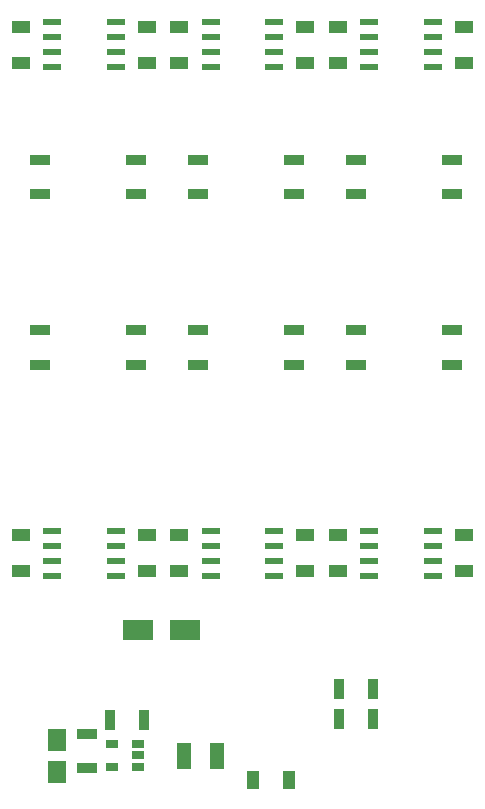
<source format=gbr>
G04 #@! TF.FileFunction,Paste,Bot*
%FSLAX45Y45*%
G04 Gerber Fmt 4.5, Leading zero omitted, Abs format (unit mm)*
G04 Created by KiCad (PCBNEW 4.0.6) date 08/29/18 06:28:06*
%MOMM*%
%LPD*%
G01*
G04 APERTURE LIST*
%ADD10C,0.100000*%
%ADD11R,1.700000X0.900000*%
%ADD12R,1.600000X1.000000*%
%ADD13R,1.000000X1.600000*%
%ADD14R,0.900000X1.700000*%
%ADD15R,1.550000X0.600000*%
%ADD16R,2.500000X1.800000*%
%ADD17R,1.500000X1.950000*%
%ADD18R,1.200000X2.200000*%
%ADD19R,1.060000X0.650000*%
G04 APERTURE END LIST*
D10*
D11*
X15925800Y-6464080D03*
X15925800Y-6754080D03*
D12*
X13086080Y-5641480D03*
X13086080Y-5341480D03*
X14152880Y-5641480D03*
X14152880Y-5341480D03*
X14427200Y-5641480D03*
X14427200Y-5341480D03*
X15494000Y-5641480D03*
X15494000Y-5341480D03*
X15768320Y-5641480D03*
X15768320Y-5341480D03*
X16835120Y-5641480D03*
X16835120Y-5341480D03*
X13086080Y-9944240D03*
X13086080Y-9644240D03*
X14152880Y-9944240D03*
X14152880Y-9644240D03*
X14427200Y-9944240D03*
X14427200Y-9644240D03*
X15494000Y-9944240D03*
X15494000Y-9644240D03*
X15768320Y-9944240D03*
X15768320Y-9644240D03*
X16835120Y-9944240D03*
X16835120Y-9644240D03*
D13*
X15052000Y-11717000D03*
X15352000Y-11717000D03*
D14*
X15775720Y-10947400D03*
X16065720Y-10947400D03*
X15775720Y-11201400D03*
X16065720Y-11201400D03*
D11*
X13243560Y-6464080D03*
X13243560Y-6754080D03*
X14056360Y-6464080D03*
X14056360Y-6754080D03*
X14584680Y-6464080D03*
X14584680Y-6754080D03*
X15397480Y-6464080D03*
X15397480Y-6754080D03*
X16738600Y-6464080D03*
X16738600Y-6754080D03*
X13243560Y-7906800D03*
X13243560Y-8196800D03*
X14056360Y-7906800D03*
X14056360Y-8196800D03*
X14584680Y-7906800D03*
X14584680Y-8196800D03*
X15397480Y-7906800D03*
X15397480Y-8196800D03*
X15925800Y-7906800D03*
X15925800Y-8196800D03*
X16738600Y-7906800D03*
X16738600Y-8196800D03*
D15*
X13349480Y-5681980D03*
X13349480Y-5554980D03*
X13349480Y-5427980D03*
X13349480Y-5300980D03*
X13889480Y-5300980D03*
X13889480Y-5427980D03*
X13889480Y-5554980D03*
X13889480Y-5681980D03*
X14690600Y-5681980D03*
X14690600Y-5554980D03*
X14690600Y-5427980D03*
X14690600Y-5300980D03*
X15230600Y-5300980D03*
X15230600Y-5427980D03*
X15230600Y-5554980D03*
X15230600Y-5681980D03*
X16031720Y-5681980D03*
X16031720Y-5554980D03*
X16031720Y-5427980D03*
X16031720Y-5300980D03*
X16571720Y-5300980D03*
X16571720Y-5427980D03*
X16571720Y-5554980D03*
X16571720Y-5681980D03*
X13349480Y-9984740D03*
X13349480Y-9857740D03*
X13349480Y-9730740D03*
X13349480Y-9603740D03*
X13889480Y-9603740D03*
X13889480Y-9730740D03*
X13889480Y-9857740D03*
X13889480Y-9984740D03*
X14690600Y-9984740D03*
X14690600Y-9857740D03*
X14690600Y-9730740D03*
X14690600Y-9603740D03*
X15230600Y-9603740D03*
X15230600Y-9730740D03*
X15230600Y-9857740D03*
X15230600Y-9984740D03*
X16031720Y-9984740D03*
X16031720Y-9857740D03*
X16031720Y-9730740D03*
X16031720Y-9603740D03*
X16571720Y-9603740D03*
X16571720Y-9730740D03*
X16571720Y-9857740D03*
X16571720Y-9984740D03*
D16*
X14476000Y-10446000D03*
X14076000Y-10446000D03*
D17*
X13394000Y-11373500D03*
X13394000Y-11648500D03*
D18*
X14468000Y-11509000D03*
X14748000Y-11509000D03*
D14*
X14129000Y-11204000D03*
X13839000Y-11204000D03*
D11*
X13645000Y-11324000D03*
X13645000Y-11614000D03*
D19*
X14080000Y-11412000D03*
X14080000Y-11507000D03*
X14080000Y-11602000D03*
X13860000Y-11602000D03*
X13860000Y-11412000D03*
M02*

</source>
